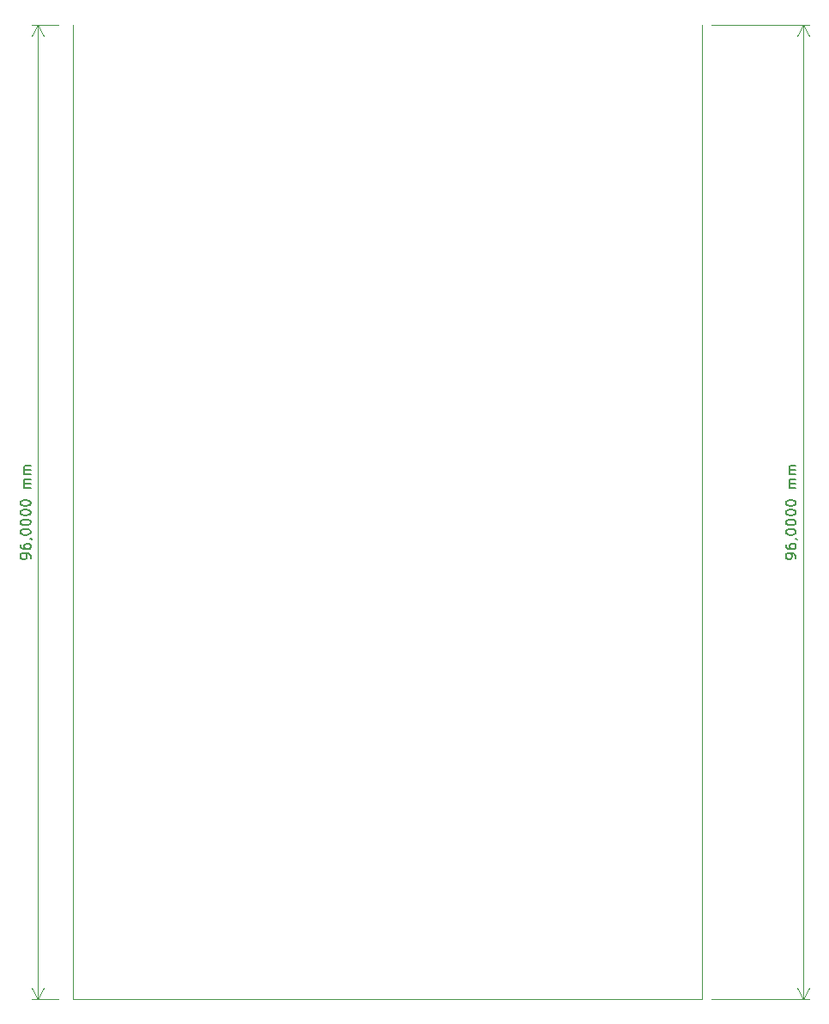
<source format=gbr>
%TF.GenerationSoftware,KiCad,Pcbnew,6.0.11+dfsg-1~bpo11+1*%
%TF.CreationDate,2023-08-08T14:26:06-03:00*%
%TF.ProjectId,simo_shield_1,73696d6f-5f73-4686-9965-6c645f312e6b,0003*%
%TF.SameCoordinates,PX69db9c0PY791ddc0*%
%TF.FileFunction,Profile,NP*%
%FSLAX46Y46*%
G04 Gerber Fmt 4.6, Leading zero omitted, Abs format (unit mm)*
G04 Created by KiCad (PCBNEW 6.0.11+dfsg-1~bpo11+1) date 2023-08-08 14:26:06*
%MOMM*%
%LPD*%
G01*
G04 APERTURE LIST*
%TA.AperFunction,Profile*%
%ADD10C,0.100000*%
%TD*%
%ADD11C,0.150000*%
G04 APERTURE END LIST*
D10*
X62000000Y500000D02*
X0Y500000D01*
X62000000Y500000D02*
X62000000Y96500000D01*
X0Y500000D02*
X0Y96500000D01*
D11*
X71302380Y43976191D02*
X71302380Y44166667D01*
X71254761Y44261905D01*
X71207142Y44309524D01*
X71064285Y44404762D01*
X70873809Y44452381D01*
X70492857Y44452381D01*
X70397619Y44404762D01*
X70350000Y44357143D01*
X70302380Y44261905D01*
X70302380Y44071429D01*
X70350000Y43976191D01*
X70397619Y43928572D01*
X70492857Y43880953D01*
X70730952Y43880953D01*
X70826190Y43928572D01*
X70873809Y43976191D01*
X70921428Y44071429D01*
X70921428Y44261905D01*
X70873809Y44357143D01*
X70826190Y44404762D01*
X70730952Y44452381D01*
X70302380Y45309524D02*
X70302380Y45119048D01*
X70350000Y45023810D01*
X70397619Y44976191D01*
X70540476Y44880953D01*
X70730952Y44833334D01*
X71111904Y44833334D01*
X71207142Y44880953D01*
X71254761Y44928572D01*
X71302380Y45023810D01*
X71302380Y45214286D01*
X71254761Y45309524D01*
X71207142Y45357143D01*
X71111904Y45404762D01*
X70873809Y45404762D01*
X70778571Y45357143D01*
X70730952Y45309524D01*
X70683333Y45214286D01*
X70683333Y45023810D01*
X70730952Y44928572D01*
X70778571Y44880953D01*
X70873809Y44833334D01*
X71254761Y45880953D02*
X71302380Y45880953D01*
X71397619Y45833334D01*
X71445238Y45785715D01*
X70302380Y46500000D02*
X70302380Y46595239D01*
X70350000Y46690477D01*
X70397619Y46738096D01*
X70492857Y46785715D01*
X70683333Y46833334D01*
X70921428Y46833334D01*
X71111904Y46785715D01*
X71207142Y46738096D01*
X71254761Y46690477D01*
X71302380Y46595239D01*
X71302380Y46500000D01*
X71254761Y46404762D01*
X71207142Y46357143D01*
X71111904Y46309524D01*
X70921428Y46261905D01*
X70683333Y46261905D01*
X70492857Y46309524D01*
X70397619Y46357143D01*
X70350000Y46404762D01*
X70302380Y46500000D01*
X70302380Y47452381D02*
X70302380Y47547620D01*
X70350000Y47642858D01*
X70397619Y47690477D01*
X70492857Y47738096D01*
X70683333Y47785715D01*
X70921428Y47785715D01*
X71111904Y47738096D01*
X71207142Y47690477D01*
X71254761Y47642858D01*
X71302380Y47547620D01*
X71302380Y47452381D01*
X71254761Y47357143D01*
X71207142Y47309524D01*
X71111904Y47261905D01*
X70921428Y47214286D01*
X70683333Y47214286D01*
X70492857Y47261905D01*
X70397619Y47309524D01*
X70350000Y47357143D01*
X70302380Y47452381D01*
X70302380Y48404762D02*
X70302380Y48500000D01*
X70350000Y48595239D01*
X70397619Y48642858D01*
X70492857Y48690477D01*
X70683333Y48738096D01*
X70921428Y48738096D01*
X71111904Y48690477D01*
X71207142Y48642858D01*
X71254761Y48595239D01*
X71302380Y48500000D01*
X71302380Y48404762D01*
X71254761Y48309524D01*
X71207142Y48261905D01*
X71111904Y48214286D01*
X70921428Y48166667D01*
X70683333Y48166667D01*
X70492857Y48214286D01*
X70397619Y48261905D01*
X70350000Y48309524D01*
X70302380Y48404762D01*
X70302380Y49357143D02*
X70302380Y49452381D01*
X70350000Y49547620D01*
X70397619Y49595239D01*
X70492857Y49642858D01*
X70683333Y49690477D01*
X70921428Y49690477D01*
X71111904Y49642858D01*
X71207142Y49595239D01*
X71254761Y49547620D01*
X71302380Y49452381D01*
X71302380Y49357143D01*
X71254761Y49261905D01*
X71207142Y49214286D01*
X71111904Y49166667D01*
X70921428Y49119048D01*
X70683333Y49119048D01*
X70492857Y49166667D01*
X70397619Y49214286D01*
X70350000Y49261905D01*
X70302380Y49357143D01*
X71302380Y50880953D02*
X70635714Y50880953D01*
X70730952Y50880953D02*
X70683333Y50928572D01*
X70635714Y51023810D01*
X70635714Y51166667D01*
X70683333Y51261905D01*
X70778571Y51309524D01*
X71302380Y51309524D01*
X70778571Y51309524D02*
X70683333Y51357143D01*
X70635714Y51452381D01*
X70635714Y51595239D01*
X70683333Y51690477D01*
X70778571Y51738096D01*
X71302380Y51738096D01*
X71302380Y52214286D02*
X70635714Y52214286D01*
X70730952Y52214286D02*
X70683333Y52261905D01*
X70635714Y52357143D01*
X70635714Y52500000D01*
X70683333Y52595239D01*
X70778571Y52642858D01*
X71302380Y52642858D01*
X70778571Y52642858D02*
X70683333Y52690477D01*
X70635714Y52785715D01*
X70635714Y52928572D01*
X70683333Y53023810D01*
X70778571Y53071429D01*
X71302380Y53071429D01*
D10*
X63000000Y500000D02*
X72586420Y500000D01*
X63000000Y96500000D02*
X72586420Y96500000D01*
X72000000Y500000D02*
X72000000Y96500000D01*
X72000000Y500000D02*
X72000000Y96500000D01*
X72000000Y500000D02*
X72586421Y1626504D01*
X72000000Y500000D02*
X71413579Y1626504D01*
X72000000Y96500000D02*
X71413579Y95373496D01*
X72000000Y96500000D02*
X72586421Y95373496D01*
D11*
X-4197620Y43976191D02*
X-4197620Y44166667D01*
X-4245239Y44261905D01*
X-4292858Y44309524D01*
X-4435715Y44404762D01*
X-4626191Y44452381D01*
X-5007143Y44452381D01*
X-5102381Y44404762D01*
X-5150000Y44357143D01*
X-5197620Y44261905D01*
X-5197620Y44071429D01*
X-5150000Y43976191D01*
X-5102381Y43928572D01*
X-5007143Y43880953D01*
X-4769048Y43880953D01*
X-4673810Y43928572D01*
X-4626191Y43976191D01*
X-4578572Y44071429D01*
X-4578572Y44261905D01*
X-4626191Y44357143D01*
X-4673810Y44404762D01*
X-4769048Y44452381D01*
X-5197620Y45309524D02*
X-5197620Y45119048D01*
X-5150000Y45023810D01*
X-5102381Y44976191D01*
X-4959524Y44880953D01*
X-4769048Y44833334D01*
X-4388096Y44833334D01*
X-4292858Y44880953D01*
X-4245239Y44928572D01*
X-4197620Y45023810D01*
X-4197620Y45214286D01*
X-4245239Y45309524D01*
X-4292858Y45357143D01*
X-4388096Y45404762D01*
X-4626191Y45404762D01*
X-4721429Y45357143D01*
X-4769048Y45309524D01*
X-4816667Y45214286D01*
X-4816667Y45023810D01*
X-4769048Y44928572D01*
X-4721429Y44880953D01*
X-4626191Y44833334D01*
X-4245239Y45880953D02*
X-4197620Y45880953D01*
X-4102381Y45833334D01*
X-4054762Y45785715D01*
X-5197620Y46500000D02*
X-5197620Y46595239D01*
X-5150000Y46690477D01*
X-5102381Y46738096D01*
X-5007143Y46785715D01*
X-4816667Y46833334D01*
X-4578572Y46833334D01*
X-4388096Y46785715D01*
X-4292858Y46738096D01*
X-4245239Y46690477D01*
X-4197620Y46595239D01*
X-4197620Y46500000D01*
X-4245239Y46404762D01*
X-4292858Y46357143D01*
X-4388096Y46309524D01*
X-4578572Y46261905D01*
X-4816667Y46261905D01*
X-5007143Y46309524D01*
X-5102381Y46357143D01*
X-5150000Y46404762D01*
X-5197620Y46500000D01*
X-5197620Y47452381D02*
X-5197620Y47547620D01*
X-5150000Y47642858D01*
X-5102381Y47690477D01*
X-5007143Y47738096D01*
X-4816667Y47785715D01*
X-4578572Y47785715D01*
X-4388096Y47738096D01*
X-4292858Y47690477D01*
X-4245239Y47642858D01*
X-4197620Y47547620D01*
X-4197620Y47452381D01*
X-4245239Y47357143D01*
X-4292858Y47309524D01*
X-4388096Y47261905D01*
X-4578572Y47214286D01*
X-4816667Y47214286D01*
X-5007143Y47261905D01*
X-5102381Y47309524D01*
X-5150000Y47357143D01*
X-5197620Y47452381D01*
X-5197620Y48404762D02*
X-5197620Y48500000D01*
X-5150000Y48595239D01*
X-5102381Y48642858D01*
X-5007143Y48690477D01*
X-4816667Y48738096D01*
X-4578572Y48738096D01*
X-4388096Y48690477D01*
X-4292858Y48642858D01*
X-4245239Y48595239D01*
X-4197620Y48500000D01*
X-4197620Y48404762D01*
X-4245239Y48309524D01*
X-4292858Y48261905D01*
X-4388096Y48214286D01*
X-4578572Y48166667D01*
X-4816667Y48166667D01*
X-5007143Y48214286D01*
X-5102381Y48261905D01*
X-5150000Y48309524D01*
X-5197620Y48404762D01*
X-5197620Y49357143D02*
X-5197620Y49452381D01*
X-5150000Y49547620D01*
X-5102381Y49595239D01*
X-5007143Y49642858D01*
X-4816667Y49690477D01*
X-4578572Y49690477D01*
X-4388096Y49642858D01*
X-4292858Y49595239D01*
X-4245239Y49547620D01*
X-4197620Y49452381D01*
X-4197620Y49357143D01*
X-4245239Y49261905D01*
X-4292858Y49214286D01*
X-4388096Y49166667D01*
X-4578572Y49119048D01*
X-4816667Y49119048D01*
X-5007143Y49166667D01*
X-5102381Y49214286D01*
X-5150000Y49261905D01*
X-5197620Y49357143D01*
X-4197620Y50880953D02*
X-4864286Y50880953D01*
X-4769048Y50880953D02*
X-4816667Y50928572D01*
X-4864286Y51023810D01*
X-4864286Y51166667D01*
X-4816667Y51261905D01*
X-4721429Y51309524D01*
X-4197620Y51309524D01*
X-4721429Y51309524D02*
X-4816667Y51357143D01*
X-4864286Y51452381D01*
X-4864286Y51595239D01*
X-4816667Y51690477D01*
X-4721429Y51738096D01*
X-4197620Y51738096D01*
X-4197620Y52214286D02*
X-4864286Y52214286D01*
X-4769048Y52214286D02*
X-4816667Y52261905D01*
X-4864286Y52357143D01*
X-4864286Y52500000D01*
X-4816667Y52595239D01*
X-4721429Y52642858D01*
X-4197620Y52642858D01*
X-4721429Y52642858D02*
X-4816667Y52690477D01*
X-4864286Y52785715D01*
X-4864286Y52928572D01*
X-4816667Y53023810D01*
X-4721429Y53071429D01*
X-4197620Y53071429D01*
D10*
X-1500000Y96500000D02*
X-4086420Y96500000D01*
X-1500000Y500000D02*
X-4086420Y500000D01*
X-3500000Y96500000D02*
X-3500000Y500000D01*
X-3500000Y96500000D02*
X-3500000Y500000D01*
X-3500000Y96500000D02*
X-4086421Y95373496D01*
X-3500000Y96500000D02*
X-2913579Y95373496D01*
X-3500000Y500000D02*
X-2913579Y1626504D01*
X-3500000Y500000D02*
X-4086421Y1626504D01*
M02*

</source>
